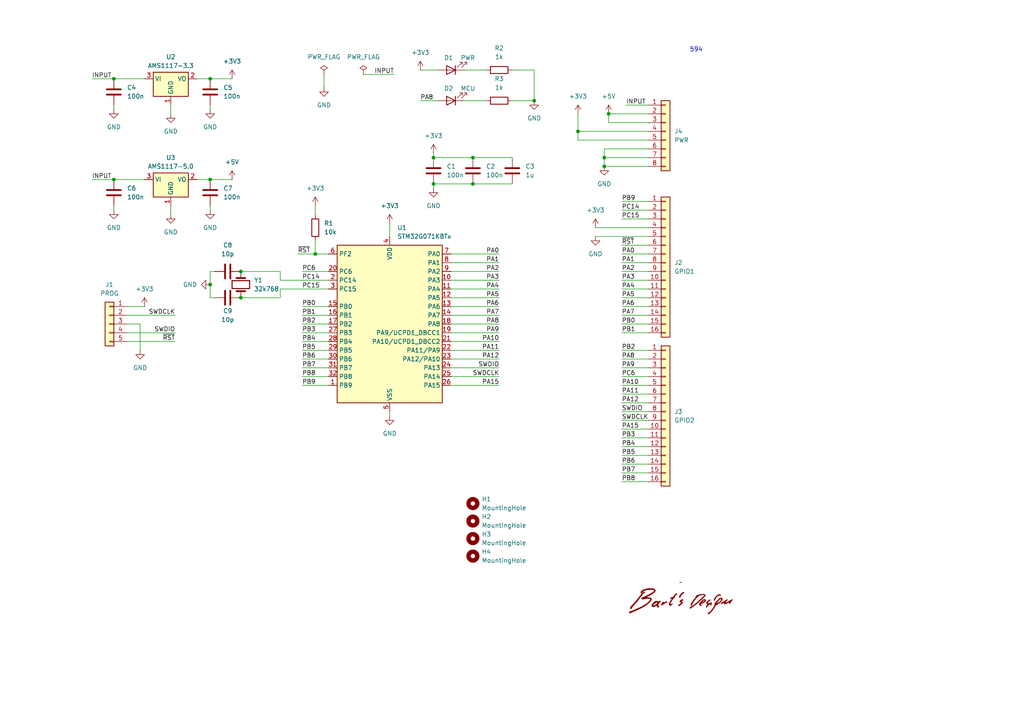
<source format=kicad_sch>
(kicad_sch (version 20231120) (generator "eeschema") (generator_version "8.0")
  (paper "A4")
  (lib_symbols
    (symbol "Connector_Generic:Conn_01x05" (pin_names (offset 1.016) hide)
      (property "Reference" "J" (at 0 7.62 0))
      (property "Value" "Conn_01x05" (at 0 -7.62 0))
      (symbol "Conn_01x05_1_1"
        (pin passive line (at -5.08 5.08 0) (length 3.81) (name "Pin_1") (number "1"))
        (pin passive line (at -5.08 2.54 0) (length 3.81) (name "Pin_2") (number "2"))
        (pin passive line (at -5.08 0 0) (length 3.81) (name "Pin_3") (number "3"))
        (pin passive line (at -5.08 -2.54 0) (length 3.81) (name "Pin_4") (number "4"))
        (pin passive line (at -5.08 -5.08 0) (length 3.81) (name "Pin_5") (number "5"))
      )
    )
    (symbol "Connector_Generic:Conn_01x08" (pin_names (offset 1.016) hide)
      (property "Reference" "J" (at 0 10.16 0))
      (property "Value" "Conn_01x08" (at 0 -12.7 0))
      (symbol "Conn_01x08_1_1"
        (pin passive line (at -5.08 7.62 0) (length 3.81) (name "Pin_1") (number "1"))
        (pin passive line (at -5.08 5.08 0) (length 3.81) (name "Pin_2") (number "2"))
        (pin passive line (at -5.08 2.54 0) (length 3.81) (name "Pin_3") (number "3"))
        (pin passive line (at -5.08 0 0) (length 3.81) (name "Pin_4") (number "4"))
        (pin passive line (at -5.08 -2.54 0) (length 3.81) (name "Pin_5") (number "5"))
        (pin passive line (at -5.08 -5.08 0) (length 3.81) (name "Pin_6") (number "6"))
        (pin passive line (at -5.08 -7.62 0) (length 3.81) (name "Pin_7") (number "7"))
        (pin passive line (at -5.08 -10.16 0) (length 3.81) (name "Pin_8") (number "8"))
      )
    )
    (symbol "Connector_Generic:Conn_01x16" (pin_names (offset 1.016) hide)
      (property "Reference" "J" (at 0 20.32 0))
      (property "Value" "Conn_01x16" (at 0 -22.86 0))
      (symbol "Conn_01x16_1_1"
        (pin passive line (at -5.08 17.78 0) (length 3.81) (name "Pin_1") (number "1"))
        (pin passive line (at -5.08 -5.08 0) (length 3.81) (name "Pin_10") (number "10"))
        (pin passive line (at -5.08 -7.62 0) (length 3.81) (name "Pin_11") (number "11"))
        (pin passive line (at -5.08 -10.16 0) (length 3.81) (name "Pin_12") (number "12"))
        (pin passive line (at -5.08 -12.7 0) (length 3.81) (name "Pin_13") (number "13"))
        (pin passive line (at -5.08 -15.24 0) (length 3.81) (name "Pin_14") (number "14"))
        (pin passive line (at -5.08 -17.78 0) (length 3.81) (name "Pin_15") (number "15"))
        (pin passive line (at -5.08 -20.32 0) (length 3.81) (name "Pin_16") (number "16"))
        (pin passive line (at -5.08 15.24 0) (length 3.81) (name "Pin_2") (number "2"))
        (pin passive line (at -5.08 12.7 0) (length 3.81) (name "Pin_3") (number "3"))
        (pin passive line (at -5.08 10.16 0) (length 3.81) (name "Pin_4") (number "4"))
        (pin passive line (at -5.08 7.62 0) (length 3.81) (name "Pin_5") (number "5"))
        (pin passive line (at -5.08 5.08 0) (length 3.81) (name "Pin_6") (number "6"))
        (pin passive line (at -5.08 2.54 0) (length 3.81) (name "Pin_7") (number "7"))
        (pin passive line (at -5.08 0 0) (length 3.81) (name "Pin_8") (number "8"))
        (pin passive line (at -5.08 -2.54 0) (length 3.81) (name "Pin_9") (number "9"))
      )
    )
    (symbol "Device:C" (pin_numbers hide) (pin_names (offset 0.254))
      (property "Reference" "C" (at 0.635 2.54 0))
      (property "Value" "C" (at 0.635 -2.54 0))
      (symbol "C_1_1"
        (pin passive line (at 0 3.81 270) (length 2.794) (name "~") (number "1"))
        (pin passive line (at 0 -3.81 90) (length 2.794) (name "~") (number "2"))
      )
    )
    (symbol "Device:Crystal" (pin_numbers hide) (pin_names (offset 1.016) hide)
      (property "Reference" "Y" (at 0 3.81 0))
      (property "Value" "Crystal" (at 0 -3.81 0))
      (symbol "Crystal_1_1"
        (pin passive line (at -3.81 0 0) (length 1.27) (name "1") (number "1"))
        (pin passive line (at 3.81 0 180) (length 1.27) (name "2") (number "2"))
      )
    )
    (symbol "Device:LED" (pin_numbers hide) (pin_names (offset 1.016) hide)
      (property "Reference" "D" (at 0 2.54 0))
      (property "Value" "LED" (at 0 -2.54 0))
      (symbol "LED_1_1"
        (pin passive line (at -3.81 0 0) (length 2.54) (name "K") (number "1"))
        (pin passive line (at 3.81 0 180) (length 2.54) (name "A") (number "2"))
      )
    )
    (symbol "Device:R" (pin_numbers hide) (pin_names (offset 0))
      (property "Reference" "R" (at 2.032 0 90))
      (property "Value" "R" (at 0 0 90))
      (symbol "R_1_1"
        (pin passive line (at 0 3.81 270) (length 1.27) (name "~") (number "1"))
        (pin passive line (at 0 -3.81 90) (length 1.27) (name "~") (number "2"))
      )
    )
    (symbol "MCU_ST_STM32G0:STM32G071KBTx"
      (property "Reference" "U" (at -15.24 24.13 0))
      (property "Value" "STM32G071KBTx" (at 2.54 24.13 0))
      (symbol "STM32G071KBTx_1_1"
        (pin bidirectional line (at -17.78 -17.78 0) (length 2.54) (name "PB9") (number "1"))
        (pin bidirectional line (at 17.78 12.7 180) (length 2.54) (name "PA3") (number "10"))
        (pin bidirectional line (at 17.78 10.16 180) (length 2.54) (name "PA4") (number "11"))
        (pin bidirectional line (at 17.78 7.62 180) (length 2.54) (name "PA5") (number "12"))
        (pin bidirectional line (at 17.78 5.08 180) (length 2.54) (name "PA6") (number "13"))
        (pin bidirectional line (at 17.78 2.54 180) (length 2.54) (name "PA7") (number "14"))
        (pin bidirectional line (at -17.78 5.08 0) (length 2.54) (name "PB0") (number "15"))
        (pin bidirectional line (at -17.78 2.54 0) (length 2.54) (name "PB1") (number "16"))
        (pin bidirectional line (at -17.78 0 0) (length 2.54) (name "PB2") (number "17"))
        (pin bidirectional line (at 17.78 0 180) (length 2.54) (name "PA8") (number "18"))
        (pin bidirectional line (at 17.78 -2.54 180) (length 2.54) (name "PA9/UCPD1_DBCC1") (number "19"))
        (pin bidirectional line (at -17.78 12.7 0) (length 2.54) (name "PC14") (number "2"))
        (pin bidirectional line (at -17.78 15.24 0) (length 2.54) (name "PC6") (number "20"))
        (pin bidirectional line (at 17.78 -5.08 180) (length 2.54) (name "PA10/UCPD1_DBCC2") (number "21"))
        (pin bidirectional line (at 17.78 -7.62 180) (length 2.54) (name "PA11/PA9") (number "22"))
        (pin bidirectional line (at 17.78 -10.16 180) (length 2.54) (name "PA12/PA10") (number "23"))
        (pin bidirectional line (at 17.78 -12.7 180) (length 2.54) (name "PA13") (number "24"))
        (pin bidirectional line (at 17.78 -15.24 180) (length 2.54) (name "PA14") (number "25"))
        (pin bidirectional line (at 17.78 -17.78 180) (length 2.54) (name "PA15") (number "26"))
        (pin bidirectional line (at -17.78 -2.54 0) (length 2.54) (name "PB3") (number "27"))
        (pin bidirectional line (at -17.78 -5.08 0) (length 2.54) (name "PB4") (number "28"))
        (pin bidirectional line (at -17.78 -7.62 0) (length 2.54) (name "PB5") (number "29"))
        (pin bidirectional line (at -17.78 10.16 0) (length 2.54) (name "PC15") (number "3"))
        (pin bidirectional line (at -17.78 -10.16 0) (length 2.54) (name "PB6") (number "30"))
        (pin bidirectional line (at -17.78 -12.7 0) (length 2.54) (name "PB7") (number "31"))
        (pin bidirectional line (at -17.78 -15.24 0) (length 2.54) (name "PB8") (number "32"))
        (pin power_in line (at 0 25.4 270) (length 2.54) (name "VDD") (number "4"))
        (pin power_in line (at 0 -25.4 90) (length 2.54) (name "VSS") (number "5"))
        (pin bidirectional line (at -17.78 20.32 0) (length 2.54) (name "PF2") (number "6"))
        (pin bidirectional line (at 17.78 20.32 180) (length 2.54) (name "PA0") (number "7"))
        (pin bidirectional line (at 17.78 17.78 180) (length 2.54) (name "PA1") (number "8"))
        (pin bidirectional line (at 17.78 15.24 180) (length 2.54) (name "PA2") (number "9"))
      )
    )
    (symbol "Mechanical:MountingHole" (pin_names (offset 1.016))
      (property "Reference" "H" (at 0 5.08 0))
      (property "Value" "MountingHole" (at 0 3.175 0))
    )
    (symbol "Regulator_Linear:AMS1117-3.3"
      (property "Reference" "U" (at -3.81 3.175 0))
      (property "Value" "AMS1117-3.3" (at 0 3.175 0))
      (symbol "AMS1117-3.3_1_1"
        (pin power_in line (at 0 -7.62 90) (length 2.54) (name "GND") (number "1"))
        (pin power_out line (at 7.62 0 180) (length 2.54) (name "VO") (number "2"))
        (pin power_in line (at -7.62 0 0) (length 2.54) (name "VI") (number "3"))
      )
    )
    (symbol "Regulator_Linear:AMS1117-5.0"
      (property "Reference" "U" (at -3.81 3.175 0))
      (property "Value" "AMS1117-5.0" (at 0 3.175 0))
      (symbol "AMS1117-5.0_1_1"
        (pin power_in line (at 0 -7.62 90) (length 2.54) (name "GND") (number "1"))
        (pin power_out line (at 7.62 0 180) (length 2.54) (name "VO") (number "2"))
        (pin power_in line (at -7.62 0 0) (length 2.54) (name "VI") (number "3"))
      )
    )
    (symbol "mcu_devLib:Barts_Design")
    (symbol "power:+3V3" (power) (pin_numbers hide) (pin_names (offset 0) hide)
      (property "Value" "+3V3" (at 0 3.556 0))
      (symbol "+3V3_1_1"
        (pin power_in line (at 0 0 90) (length 0) (name "~") (number "1"))
      )
    )
    (symbol "power:+5V" (power) (pin_numbers hide) (pin_names (offset 0) hide)
      (property "Value" "+5V" (at 0 3.556 0))
      (symbol "+5V_1_1"
        (pin power_in line (at 0 0 90) (length 0) (name "~") (number "1"))
      )
    )
    (symbol "power:GND" (power) (pin_numbers hide) (pin_names (offset 0) hide)
      (property "Value" "GND" (at 0 -3.81 0))
      (symbol "GND_1_1"
        (pin power_in line (at 0 0 270) (length 0) (name "~") (number "1"))
      )
    )
    (symbol "power:PWR_FLAG" (power) (pin_numbers hide) (pin_names (offset 0) hide)
      (property "Value" "PWR_FLAG" (at 0 3.81 0))
      (symbol "PWR_FLAG_0_0"
        (pin power_out line (at 0 0 90) (length 0) (name "~") (number "1"))
      )
    )
  )
  (junction (at 60.96 22.86))
  (junction (at 175.26 48.26))
  (junction (at 154.94 29.21))
  (junction (at 175.26 45.72))
  (junction (at 91.44 73.66))
  (junction (at 176.53 33.02))
  (junction (at 60.96 52.07))
  (junction (at 137.16 53.34))
  (junction (at 125.73 53.34))
  (junction (at 60.96 82.55))
  (junction (at 33.02 52.07))
  (junction (at 69.85 78.74))
  (junction (at 69.85 86.36))
  (junction (at 125.73 45.72))
  (junction (at 33.02 22.86))
  (junction (at 167.64 38.1))
  (junction (at 137.16 45.72))
  (wire (pts (xy 180.34 93.98) (xy 187.96 93.98)))
  (wire (pts (xy 113.03 64.77) (xy 113.03 68.58)))
  (wire (pts (xy 57.15 52.07) (xy 60.96 52.07)))
  (wire (pts (xy 130.81 88.9) (xy 144.78 88.9)))
  (wire (pts (xy 60.96 30.48) (xy 60.96 31.75)))
  (wire (pts (xy 134.62 29.21) (xy 140.97 29.21)))
  (wire (pts (xy 180.34 129.54) (xy 187.96 129.54)))
  (wire (pts (xy 134.62 20.32) (xy 140.97 20.32)))
  (wire (pts (xy 181.61 30.48) (xy 187.96 30.48)))
  (wire (pts (xy 60.96 86.36) (xy 62.23 86.36)))
  (wire (pts (xy 172.72 66.04) (xy 187.96 66.04)))
  (wire (pts (xy 87.63 99.06) (xy 95.25 99.06)))
  (wire (pts (xy 87.63 78.74) (xy 95.25 78.74)))
  (wire (pts (xy 87.63 88.9) (xy 95.25 88.9)))
  (wire (pts (xy 175.26 43.18) (xy 175.26 45.72)))
  (wire (pts (xy 187.96 43.18) (xy 175.26 43.18)))
  (wire (pts (xy 81.28 78.74) (xy 81.28 81.28)))
  (wire (pts (xy 130.81 96.52) (xy 144.78 96.52)))
  (wire (pts (xy 137.16 45.72) (xy 148.59 45.72)))
  (wire (pts (xy 130.81 104.14) (xy 144.78 104.14)))
  (wire (pts (xy 180.34 63.5) (xy 187.96 63.5)))
  (wire (pts (xy 60.96 78.74) (xy 62.23 78.74)))
  (wire (pts (xy 36.83 93.98) (xy 40.64 93.98)))
  (wire (pts (xy 176.53 33.02) (xy 176.53 35.56)))
  (wire (pts (xy 148.59 29.21) (xy 154.94 29.21)))
  (wire (pts (xy 125.73 44.45) (xy 125.73 45.72)))
  (wire (pts (xy 69.85 78.74) (xy 81.28 78.74)))
  (wire (pts (xy 60.96 52.07) (xy 67.31 52.07)))
  (wire (pts (xy 175.26 48.26) (xy 175.26 45.72)))
  (wire (pts (xy 36.83 91.44) (xy 50.8 91.44)))
  (wire (pts (xy 167.64 38.1) (xy 187.96 38.1)))
  (wire (pts (xy 87.63 106.68) (xy 95.25 106.68)))
  (wire (pts (xy 180.34 88.9) (xy 187.96 88.9)))
  (wire (pts (xy 180.34 124.46) (xy 187.96 124.46)))
  (wire (pts (xy 33.02 59.69) (xy 33.02 60.96)))
  (wire (pts (xy 33.02 52.07) (xy 41.91 52.07)))
  (wire (pts (xy 176.53 35.56) (xy 187.96 35.56)))
  (wire (pts (xy 180.34 104.14) (xy 187.96 104.14)))
  (wire (pts (xy 167.64 33.02) (xy 167.64 38.1)))
  (wire (pts (xy 49.53 59.69) (xy 49.53 62.23)))
  (wire (pts (xy 175.26 48.26) (xy 187.96 48.26)))
  (wire (pts (xy 180.34 121.92) (xy 187.96 121.92)))
  (wire (pts (xy 167.64 40.64) (xy 187.96 40.64)))
  (wire (pts (xy 180.34 137.16) (xy 187.96 137.16)))
  (wire (pts (xy 60.96 82.55) (xy 60.96 86.36)))
  (wire (pts (xy 33.02 30.48) (xy 33.02 31.75)))
  (wire (pts (xy 49.53 30.48) (xy 49.53 33.02)))
  (wire (pts (xy 180.34 76.2) (xy 187.96 76.2)))
  (wire (pts (xy 125.73 53.34) (xy 137.16 53.34)))
  (wire (pts (xy 180.34 101.6) (xy 187.96 101.6)))
  (wire (pts (xy 130.81 81.28) (xy 144.78 81.28)))
  (wire (pts (xy 36.83 88.9) (xy 41.91 88.9)))
  (wire (pts (xy 180.34 83.82) (xy 187.96 83.82)))
  (wire (pts (xy 180.34 78.74) (xy 187.96 78.74)))
  (wire (pts (xy 130.81 106.68) (xy 144.78 106.68)))
  (wire (pts (xy 180.34 58.42) (xy 187.96 58.42)))
  (wire (pts (xy 180.34 127) (xy 187.96 127)))
  (wire (pts (xy 130.81 83.82) (xy 144.78 83.82)))
  (wire (pts (xy 125.73 53.34) (xy 125.73 54.61)))
  (wire (pts (xy 87.63 96.52) (xy 95.25 96.52)))
  (wire (pts (xy 40.64 93.98) (xy 40.64 101.6)))
  (wire (pts (xy 91.44 69.85) (xy 91.44 73.66)))
  (wire (pts (xy 33.02 22.86) (xy 41.91 22.86)))
  (wire (pts (xy 36.83 99.06) (xy 50.8 99.06)))
  (wire (pts (xy 26.67 22.86) (xy 33.02 22.86)))
  (wire (pts (xy 130.81 86.36) (xy 144.78 86.36)))
  (wire (pts (xy 180.34 96.52) (xy 187.96 96.52)))
  (wire (pts (xy 175.26 45.72) (xy 187.96 45.72)))
  (wire (pts (xy 180.34 116.84) (xy 187.96 116.84)))
  (wire (pts (xy 130.81 73.66) (xy 144.78 73.66)))
  (wire (pts (xy 180.34 119.38) (xy 187.96 119.38)))
  (wire (pts (xy 91.44 59.69) (xy 91.44 62.23)))
  (wire (pts (xy 180.34 81.28) (xy 187.96 81.28)))
  (wire (pts (xy 60.96 59.69) (xy 60.96 60.96)))
  (wire (pts (xy 130.81 99.06) (xy 144.78 99.06)))
  (wire (pts (xy 91.44 73.66) (xy 95.25 73.66)))
  (wire (pts (xy 180.34 134.62) (xy 187.96 134.62)))
  (wire (pts (xy 180.34 114.3) (xy 187.96 114.3)))
  (wire (pts (xy 180.34 132.08) (xy 187.96 132.08)))
  (wire (pts (xy 180.34 71.12) (xy 187.96 71.12)))
  (wire (pts (xy 57.15 22.86) (xy 60.96 22.86)))
  (wire (pts (xy 180.34 73.66) (xy 187.96 73.66)))
  (wire (pts (xy 130.81 111.76) (xy 144.78 111.76)))
  (wire (pts (xy 60.96 82.55) (xy 60.96 78.74)))
  (wire (pts (xy 36.83 96.52) (xy 50.8 96.52)))
  (wire (pts (xy 69.85 86.36) (xy 81.28 86.36)))
  (wire (pts (xy 81.28 86.36) (xy 81.28 83.82)))
  (wire (pts (xy 87.63 104.14) (xy 95.25 104.14)))
  (wire (pts (xy 176.53 33.02) (xy 187.96 33.02)))
  (wire (pts (xy 26.67 52.07) (xy 33.02 52.07)))
  (wire (pts (xy 148.59 20.32) (xy 154.94 20.32)))
  (wire (pts (xy 172.72 68.58) (xy 187.96 68.58)))
  (wire (pts (xy 180.34 86.36) (xy 187.96 86.36)))
  (wire (pts (xy 105.41 21.59) (xy 114.3 21.59)))
  (wire (pts (xy 130.81 101.6) (xy 144.78 101.6)))
  (wire (pts (xy 180.34 60.96) (xy 187.96 60.96)))
  (wire (pts (xy 121.92 20.32) (xy 127 20.32)))
  (wire (pts (xy 130.81 109.22) (xy 144.78 109.22)))
  (wire (pts (xy 180.34 111.76) (xy 187.96 111.76)))
  (wire (pts (xy 86.36 73.66) (xy 91.44 73.66)))
  (wire (pts (xy 130.81 76.2) (xy 144.78 76.2)))
  (wire (pts (xy 180.34 91.44) (xy 187.96 91.44)))
  (wire (pts (xy 180.34 106.68) (xy 187.96 106.68)))
  (wire (pts (xy 125.73 45.72) (xy 137.16 45.72)))
  (wire (pts (xy 93.98 21.59) (xy 93.98 25.4)))
  (wire (pts (xy 81.28 81.28) (xy 95.25 81.28)))
  (wire (pts (xy 137.16 53.34) (xy 148.59 53.34)))
  (wire (pts (xy 87.63 111.76) (xy 95.25 111.76)))
  (wire (pts (xy 167.64 38.1) (xy 167.64 40.64)))
  (wire (pts (xy 180.34 139.7) (xy 187.96 139.7)))
  (wire (pts (xy 60.96 22.86) (xy 67.31 22.86)))
  (wire (pts (xy 130.81 78.74) (xy 144.78 78.74)))
  (wire (pts (xy 180.34 109.22) (xy 187.96 109.22)))
  (wire (pts (xy 113.03 119.38) (xy 113.03 120.65)))
  (wire (pts (xy 87.63 109.22) (xy 95.25 109.22)))
  (wire (pts (xy 87.63 91.44) (xy 95.25 91.44)))
  (wire (pts (xy 130.81 91.44) (xy 144.78 91.44)))
  (wire (pts (xy 87.63 93.98) (xy 95.25 93.98)))
  (wire (pts (xy 121.92 29.21) (xy 127 29.21)))
  (wire (pts (xy 130.81 93.98) (xy 144.78 93.98)))
  (wire (pts (xy 81.28 83.82) (xy 95.25 83.82)))
  (wire (pts (xy 154.94 20.32) (xy 154.94 29.21)))
  (wire (pts (xy 87.63 101.6) (xy 95.25 101.6)))
  (text "594" (at 201.93 14.478 0) (effects (font (size 1.27 1.27))))
  (label "PC6" (at 180.34 109.22 0))
  (label "PA9" (at 180.34 106.68 0))
  (label "PA8" (at 180.34 104.14 0))
  (label "PA12" (at 180.34 116.84 0))
  (label "PA1" (at 144.78 76.2 180))
  (label "PA5" (at 180.34 86.36 0))
  (label "PB9" (at 180.34 58.42 0))
  (label "PA10" (at 144.78 99.06 180))
  (label "PA7" (at 144.78 91.44 180))
  (label "PB1" (at 180.34 96.52 0))
  (label "PB7" (at 180.34 137.16 0))
  (label "SWDCLK" (at 180.34 121.92 0))
  (label "PA4" (at 144.78 83.82 180))
  (label "PC6" (at 87.63 78.74 0))
  (label "PB3" (at 87.63 96.52 0))
  (label "PA9" (at 144.78 96.52 180))
  (label "PA5" (at 144.78 86.36 180))
  (label "PA7" (at 180.34 91.44 0))
  (label "PA1" (at 180.34 76.2 0))
  (label "PA10" (at 180.34 111.76 0))
  (label "PA0" (at 180.34 73.66 0))
  (label "PA6" (at 144.78 88.9 180))
  (label "PB6" (at 180.34 134.62 0))
  (label "PA15" (at 180.34 124.46 0))
  (label "PA15" (at 144.78 111.76 180))
  (label "PA11" (at 144.78 101.6 180))
  (label "PB5" (at 87.63 101.6 0))
  (label "PC14" (at 87.63 81.28 0))
  (label "INPUT" (at 26.67 52.07 0))
  (label "PB4" (at 87.63 99.06 0))
  (label "SWDCLK" (at 50.8 91.44 180))
  (label "PB6" (at 87.63 104.14 0))
  (label "INPUT" (at 114.3 21.59 180))
  (label "PA2" (at 180.34 78.74 0))
  (label "PC15" (at 180.34 63.5 0))
  (label "~{RST}" (at 50.8 99.06 180))
  (label "PC14" (at 180.34 60.96 0))
  (label "PA0" (at 144.78 73.66 180))
  (label "PB8" (at 87.63 109.22 0))
  (label "PB0" (at 87.63 88.9 0))
  (label "INPUT" (at 181.61 30.48 0))
  (label "PA3" (at 144.78 81.28 180))
  (label "PA8" (at 144.78 93.98 180))
  (label "PB2" (at 87.63 93.98 0))
  (label "PB7" (at 87.63 106.68 0))
  (label "PA11" (at 180.34 114.3 0))
  (label "PA8" (at 121.92 29.21 0))
  (label "PB4" (at 180.34 129.54 0))
  (label "PA12" (at 144.78 104.14 180))
  (label "PB9" (at 87.63 111.76 0))
  (label "SWDIO" (at 144.78 106.68 180))
  (label "SWDIO" (at 50.8 96.52 180))
  (label "SWDCLK" (at 144.78 109.22 180))
  (label "PB8" (at 180.34 139.7 0))
  (label "PB2" (at 180.34 101.6 0))
  (label "SWDIO" (at 180.34 119.38 0))
  (label "PA6" (at 180.34 88.9 0))
  (label "PA3" (at 180.34 81.28 0))
  (label "~{RST}" (at 180.34 71.12 0))
  (label "PB5" (at 180.34 132.08 0))
  (label "PA2" (at 144.78 78.74 180))
  (label "INPUT" (at 26.67 22.86 0))
  (label "PB1" (at 87.63 91.44 0))
  (label "~{RST}" (at 86.36 73.66 0))
  (label "PC15" (at 87.63 83.82 0))
  (label "PB3" (at 180.34 127 0))
  (label "PB0" (at 180.34 93.98 0))
  (label "PA4" (at 180.34 83.82 0))
  (symbol (lib_id "Device:R") (at 91.44 66.04 0) (unit 1)
    (property "Reference" "R1" (at 93.98 64.7699 0) (effects (justify left)))
    (property "Value" "10k" (at 93.98 67.3099 0) (effects (justify left)))
    (property "Footprint" "Resistor_SMD:R_0603_1608Metric" (effects (hide yes)))
    (property "Description" "Resistor" (effects (hide yes)))
  )
  (symbol (lib_id "Device:C") (at 33.02 55.88 0) (unit 1)
    (property "Reference" "C6" (at 36.83 54.6099 0) (effects (justify left)))
    (property "Value" "100n" (at 36.83 57.1499 0) (effects (justify left)))
    (property "Footprint" "Capacitor_SMD:C_0603_1608Metric" (effects (hide yes)))
    (property "Description" "Unpolarized capacitor" (effects (hide yes)))
  )
  (symbol (lib_id "power:PWR_FLAG") (at 105.41 21.59 0) (unit 1)
    (property "Reference" "#FLG02" (effects (hide yes)))
    (property "Value" "PWR_FLAG" (at 105.41 16.51 0))
    (property "Description" "Special symbol for telling ERC where power comes from" (effects (hide yes)))
  )
  (symbol (lib_id "Mechanical:MountingHole") (at 137.16 156.21 0) (unit 1)
    (property "Reference" "H3" (at 139.7 154.9399 0) (effects (justify left)))
    (property "Value" "MountingHole" (at 139.7 157.4799 0) (effects (justify left)))
    (property "Footprint" "MountingHole:MountingHole_3.2mm_M3" (effects (hide yes)))
    (property "Description" "Mounting Hole without connection" (effects (hide yes)))
  )
  (symbol (lib_id "Device:C") (at 66.04 78.74 90) (unit 1)
    (property "Reference" "C8" (at 66.04 71.12 90))
    (property "Value" "10p" (at 66.04 73.66 90))
    (property "Footprint" "Capacitor_SMD:C_0603_1608Metric" (effects (hide yes)))
    (property "Description" "Unpolarized capacitor" (effects (hide yes)))
  )
  (symbol (lib_id "power:+3V3") (at 41.91 88.9 0) (unit 1)
    (property "Reference" "#PWR05" (effects (hide yes)))
    (property "Value" "+3V3" (at 41.91 83.82 0))
    (property "Description" "Power symbol creates a global label with name \"+3V3\"" (effects (hide yes)))
  )
  (symbol (lib_id "power:GND") (at 60.96 82.55 270) (unit 1)
    (property "Reference" "#PWR016" (effects (hide yes)))
    (property "Value" "GND" (at 57.15 82.5499 90) (effects (justify right)))
    (property "Description" "Power symbol creates a global label with name \"GND\" , ground" (effects (hide yes)))
  )
  (symbol (lib_id "power:+3V3") (at 172.72 66.04 0) (unit 1)
    (property "Reference" "#PWR017" (effects (hide yes)))
    (property "Value" "+3V3" (at 172.72 60.96 0))
    (property "Description" "Power symbol creates a global label with name \"+3V3\"" (effects (hide yes)))
  )
  (symbol (lib_id "power:+5V") (at 176.53 33.02 0) (unit 1)
    (property "Reference" "#PWR019" (effects (hide yes)))
    (property "Value" "+5V" (at 176.53 27.94 0))
    (property "Description" "Power symbol creates a global label with name \"+5V\"" (effects (hide yes)))
  )
  (symbol (lib_id "Device:C") (at 60.96 55.88 0) (unit 1)
    (property "Reference" "C7" (at 64.77 54.6099 0) (effects (justify left)))
    (property "Value" "100n" (at 64.77 57.1499 0) (effects (justify left)))
    (property "Footprint" "Capacitor_SMD:C_0603_1608Metric" (effects (hide yes)))
    (property "Description" "Unpolarized capacitor" (effects (hide yes)))
  )
  (symbol (lib_id "Regulator_Linear:AMS1117-3.3") (at 49.53 22.86 0) (unit 1)
    (property "Reference" "U2" (at 49.53 16.51 0))
    (property "Value" "AMS1117-3.3" (at 49.53 19.05 0))
    (property "Footprint" "Package_TO_SOT_SMD:SOT-223-3_TabPin2" (effects (hide yes)))
    (property "Datasheet" "http://www.advanced-monolithic.com/pdf/ds1117.pdf" (effects (hide yes)))
    (property "Description" "1A Low Dropout regulator, positive, 3.3V fixed output, SOT-223" (effects (hide yes)))
  )
  (symbol (lib_id "power:GND") (at 33.02 31.75 0) (unit 1)
    (property "Reference" "#PWR010" (effects (hide yes)))
    (property "Value" "GND" (at 33.02 36.83 0))
    (property "Description" "Power symbol creates a global label with name \"GND\" , ground" (effects (hide yes)))
  )
  (symbol (lib_id "power:+3V3") (at 91.44 59.69 0) (unit 1)
    (property "Reference" "#PWR07" (effects (hide yes)))
    (property "Value" "+3V3" (at 91.44 54.61 0))
    (property "Description" "Power symbol creates a global label with name \"+3V3\"" (effects (hide yes)))
  )
  (symbol (lib_id "Mechanical:MountingHole") (at 137.16 151.13 0) (unit 1)
    (property "Reference" "H2" (at 139.7 149.8599 0) (effects (justify left)))
    (property "Value" "MountingHole" (at 139.7 152.3999 0) (effects (justify left)))
    (property "Footprint" "MountingHole:MountingHole_3.2mm_M3" (effects (hide yes)))
    (property "Description" "Mounting Hole without connection" (effects (hide yes)))
  )
  (symbol (lib_id "power:+3V3") (at 125.73 44.45 0) (unit 1)
    (property "Reference" "#PWR03" (effects (hide yes)))
    (property "Value" "+3V3" (at 125.73 39.37 0))
    (property "Description" "Power symbol creates a global label with name \"+3V3\"" (effects (hide yes)))
  )
  (symbol (lib_id "power:GND") (at 40.64 101.6 0) (unit 1)
    (property "Reference" "#PWR06" (effects (hide yes)))
    (property "Value" "GND" (at 40.64 106.68 0))
    (property "Description" "Power symbol creates a global label with name \"GND\" , ground" (effects (hide yes)))
  )
  (symbol (lib_id "power:GND") (at 33.02 60.96 0) (unit 1)
    (property "Reference" "#PWR012" (effects (hide yes)))
    (property "Value" "GND" (at 33.02 66.04 0))
    (property "Description" "Power symbol creates a global label with name \"GND\" , ground" (effects (hide yes)))
  )
  (symbol (lib_id "Connector_Generic:Conn_01x16") (at 193.04 119.38 0) (unit 1)
    (property "Reference" "J3" (at 195.58 119.3799 0) (effects (justify left)))
    (property "Value" "GPIO2" (at 195.58 121.9199 0) (effects (justify left)))
    (property "Footprint" "Connector_PinSocket_2.54mm:PinSocket_1x16_P2.54mm_Vertical" (effects (hide yes)))
    (property "Description" "Generic connector, single row, 01x16, script generated (kicad-library-utils/schlib/autogen/connector/)" (effects (hide yes)))
  )
  (symbol (lib_id "power:GND") (at 175.26 48.26 0) (unit 1)
    (property "Reference" "#PWR021" (effects (hide yes)))
    (property "Value" "GND" (at 175.26 53.34 0))
    (property "Description" "Power symbol creates a global label with name \"GND\" , ground" (effects (hide yes)))
  )
  (symbol (lib_id "Device:C") (at 125.73 49.53 0) (unit 1)
    (property "Reference" "C1" (at 129.54 48.2599 0) (effects (justify left)))
    (property "Value" "100n" (at 129.54 50.7999 0) (effects (justify left)))
    (property "Footprint" "Capacitor_SMD:C_0603_1608Metric" (effects (hide yes)))
    (property "Description" "Unpolarized capacitor" (effects (hide yes)))
  )
  (symbol (lib_id "Device:C") (at 137.16 49.53 0) (unit 1)
    (property "Reference" "C2" (at 140.97 48.2599 0) (effects (justify left)))
    (property "Value" "100n" (at 140.97 50.7999 0) (effects (justify left)))
    (property "Footprint" "Capacitor_SMD:C_0603_1608Metric" (effects (hide yes)))
    (property "Description" "Unpolarized capacitor" (effects (hide yes)))
  )
  (symbol (lib_id "mcu_devLib:Barts_Design") (at 195.58 175.26 0) (unit 1)
    (property "Reference" "Logo1" (effects (hide yes)))
    (property "Value" "~" (at 197.4652 168.91 0))
    (property "Footprint" "mcu_devLib:Barts Design" (effects (hide yes)))
  )
  (symbol (lib_id "power:+3V3") (at 67.31 22.86 0) (unit 1)
    (property "Reference" "#PWR08" (effects (hide yes)))
    (property "Value" "+3V3" (at 67.31 17.78 0))
    (property "Description" "Power symbol creates a global label with name \"+3V3\"" (effects (hide yes)))
  )
  (symbol (lib_id "power:GND") (at 49.53 33.02 0) (unit 1)
    (property "Reference" "#PWR09" (effects (hide yes)))
    (property "Value" "GND" (at 49.53 38.1 0))
    (property "Description" "Power symbol creates a global label with name \"GND\" , ground" (effects (hide yes)))
  )
  (symbol (lib_id "power:GND") (at 154.94 29.21 0) (unit 1)
    (property "Reference" "#PWR025" (effects (hide yes)))
    (property "Value" "GND" (at 154.94 34.29 0))
    (property "Description" "Power symbol creates a global label with name \"GND\" , ground" (effects (hide yes)))
  )
  (symbol (lib_id "power:+3V3") (at 113.03 64.77 0) (unit 1)
    (property "Reference" "#PWR02" (effects (hide yes)))
    (property "Value" "+3V3" (at 113.03 59.69 0))
    (property "Description" "Power symbol creates a global label with name \"+3V3\"" (effects (hide yes)))
  )
  (symbol (lib_id "Device:Crystal") (at 69.85 82.55 90) (unit 1)
    (property "Reference" "Y1" (at 73.66 81.2799 90) (effects (justify right)))
    (property "Value" "32k768" (at 73.66 83.8199 90) (effects (justify right)))
    (property "Footprint" "Crystal:Crystal_AT310_D3.0mm_L10.0mm_Horizontal" (effects (hide yes)))
    (property "Description" "Two pin crystal" (effects (hide yes)))
  )
  (symbol (lib_id "power:+5V") (at 67.31 52.07 0) (unit 1)
    (property "Reference" "#PWR015" (effects (hide yes)))
    (property "Value" "+5V" (at 67.31 46.99 0))
    (property "Description" "Power symbol creates a global label with name \"+5V\"" (effects (hide yes)))
  )
  (symbol (lib_id "Device:R") (at 144.78 20.32 90) (unit 1)
    (property "Reference" "R2" (at 144.78 13.97 90))
    (property "Value" "1k" (at 144.78 16.51 90))
    (property "Footprint" "Resistor_SMD:R_0603_1608Metric" (effects (hide yes)))
    (property "Description" "Resistor" (effects (hide yes)))
  )
  (symbol (lib_id "Device:R") (at 144.78 29.21 90) (unit 1)
    (property "Reference" "R3" (at 144.78 22.86 90))
    (property "Value" "1k" (at 144.78 25.4 90))
    (property "Footprint" "Resistor_SMD:R_0603_1608Metric" (effects (hide yes)))
    (property "Description" "Resistor" (effects (hide yes)))
  )
  (symbol (lib_id "power:GND") (at 60.96 31.75 0) (unit 1)
    (property "Reference" "#PWR011" (effects (hide yes)))
    (property "Value" "GND" (at 60.96 36.83 0))
    (property "Description" "Power symbol creates a global label with name \"GND\" , ground" (effects (hide yes)))
  )
  (symbol (lib_id "Device:LED") (at 130.81 20.32 180) (unit 1)
    (property "Reference" "D1" (at 128.778 16.764 0) (effects (justify right)))
    (property "Value" "PWR" (at 133.604 16.764 0) (effects (justify right)))
    (property "Footprint" "LED_SMD:LED_0603_1608Metric" (effects (hide yes)))
    (property "Description" "Light emitting diode" (effects (hide yes)))
  )
  (symbol (lib_id "Connector_Generic:Conn_01x16") (at 193.04 76.2 0) (unit 1)
    (property "Reference" "J2" (at 195.58 76.1999 0) (effects (justify left)))
    (property "Value" "GPIO1" (at 195.58 78.7399 0) (effects (justify left)))
    (property "Footprint" "Connector_PinSocket_2.54mm:PinSocket_1x16_P2.54mm_Vertical" (effects (hide yes)))
    (property "Description" "Generic connector, single row, 01x16, script generated (kicad-library-utils/schlib/autogen/connector/)" (effects (hide yes)))
  )
  (symbol (lib_id "MCU_ST_STM32G0:STM32G071KBTx") (at 113.03 93.98 0) (unit 1)
    (property "Reference" "U1" (at 115.2241 66.04 0) (effects (justify left)))
    (property "Value" "STM32G071KBTx" (at 115.2241 68.58 0) (effects (justify left)))
    (property "Footprint" "Package_QFP:LQFP-32_7x7mm_P0.8mm" (effects (hide yes)))
    (property "Datasheet" "https://www.st.com/resource/en/datasheet/stm32g071kb.pdf" (effects (hide yes)))
    (property "Description" "STMicroelectronics Arm Cortex-M0+ MCU, 128KB flash, 36KB RAM, 64 MHz, 1.7-3.6V, 30 GPIO, LQFP32" (effects (hide yes)))
  )
  (symbol (lib_id "power:GND") (at 93.98 25.4 0) (unit 1)
    (property "Reference" "#PWR022" (effects (hide yes)))
    (property "Value" "GND" (at 93.98 30.48 0))
    (property "Description" "Power symbol creates a global label with name \"GND\" , ground" (effects (hide yes)))
  )
  (symbol (lib_id "power:GND") (at 60.96 60.96 0) (unit 1)
    (property "Reference" "#PWR014" (effects (hide yes)))
    (property "Value" "GND" (at 60.96 66.04 0))
    (property "Description" "Power symbol creates a global label with name \"GND\" , ground" (effects (hide yes)))
  )
  (symbol (lib_id "Connector_Generic:Conn_01x05") (at 31.75 93.98 0) (mirror y) (unit 1)
    (property "Reference" "J1" (at 31.75 82.55 0))
    (property "Value" "PROG" (at 31.75 85.09 0))
    (property "Footprint" "Connector_PinSocket_2.54mm:PinSocket_1x05_P2.54mm_Vertical" (effects (hide yes)))
    (property "Description" "Generic connector, single row, 01x05, script generated (kicad-library-utils/schlib/autogen/connector/)" (effects (hide yes)))
  )
  (symbol (lib_id "Device:C") (at 148.59 49.53 0) (unit 1)
    (property "Reference" "C3" (at 152.4 48.2599 0) (effects (justify left)))
    (property "Value" "1u" (at 152.4 50.7999 0) (effects (justify left)))
    (property "Footprint" "Capacitor_SMD:C_0603_1608Metric" (effects (hide yes)))
    (property "Description" "Unpolarized capacitor" (effects (hide yes)))
  )
  (symbol (lib_id "Mechanical:MountingHole") (at 137.16 161.29 0) (unit 1)
    (property "Reference" "H4" (at 139.7 160.0199 0) (effects (justify left)))
    (property "Value" "MountingHole" (at 139.7 162.5599 0) (effects (justify left)))
    (property "Footprint" "MountingHole:MountingHole_3.2mm_M3" (effects (hide yes)))
    (property "Description" "Mounting Hole without connection" (effects (hide yes)))
  )
  (symbol (lib_id "Mechanical:MountingHole") (at 137.16 146.05 0) (unit 1)
    (property "Reference" "H1" (at 139.7 144.7799 0) (effects (justify left)))
    (property "Value" "MountingHole" (at 139.7 147.3199 0) (effects (justify left)))
    (property "Footprint" "MountingHole:MountingHole_3.2mm_M3" (effects (hide yes)))
    (property "Description" "Mounting Hole without connection" (effects (hide yes)))
  )
  (symbol (lib_id "power:GND") (at 125.73 54.61 0) (unit 1)
    (property "Reference" "#PWR04" (effects (hide yes)))
    (property "Value" "GND" (at 125.73 59.69 0))
    (property "Description" "Power symbol creates a global label with name \"GND\" , ground" (effects (hide yes)))
  )
  (symbol (lib_id "power:+3V3") (at 121.92 20.32 0) (unit 1)
    (property "Reference" "#PWR023" (effects (hide yes)))
    (property "Value" "+3V3" (at 121.92 15.24 0))
    (property "Description" "Power symbol creates a global label with name \"+3V3\"" (effects (hide yes)))
  )
  (symbol (lib_id "Device:LED") (at 130.81 29.21 180) (unit 1)
    (property "Reference" "D2" (at 128.778 25.654 0) (effects (justify right)))
    (property "Value" "MCU" (at 133.604 25.654 0) (effects (justify right)))
    (property "Footprint" "LED_SMD:LED_0603_1608Metric" (effects (hide yes)))
    (property "Description" "Light emitting diode" (effects (hide yes)))
  )
  (symbol (lib_id "Connector_Generic:Conn_01x08") (at 193.04 38.1 0) (unit 1)
    (property "Reference" "J4" (at 195.58 38.0999 0) (effects (justify left)))
    (property "Value" "PWR" (at 195.58 40.6399 0) (effects (justify left)))
    (property "Footprint" "Connector_PinSocket_2.54mm:PinSocket_1x08_P2.54mm_Vertical" (effects (hide yes)))
    (property "Description" "Generic connector, single row, 01x08, script generated (kicad-library-utils/schlib/autogen/connector/)" (effects (hide yes)))
  )
  (symbol (lib_id "power:GND") (at 172.72 68.58 0) (unit 1)
    (property "Reference" "#PWR018" (effects (hide yes)))
    (property "Value" "GND" (at 172.72 73.66 0))
    (property "Description" "Power symbol creates a global label with name \"GND\" , ground" (effects (hide yes)))
  )
  (symbol (lib_id "power:+3V3") (at 167.64 33.02 0) (unit 1)
    (property "Reference" "#PWR020" (effects (hide yes)))
    (property "Value" "+3V3" (at 167.64 27.94 0))
    (property "Description" "Power symbol creates a global label with name \"+3V3\"" (effects (hide yes)))
  )
  (symbol (lib_id "power:GND") (at 113.03 120.65 0) (unit 1)
    (property "Reference" "#PWR01" (effects (hide yes)))
    (property "Value" "GND" (at 113.03 125.73 0))
    (property "Description" "Power symbol creates a global label with name \"GND\" , ground" (effects (hide yes)))
  )
  (symbol (lib_id "Device:C") (at 33.02 26.67 0) (unit 1)
    (property "Reference" "C4" (at 36.83 25.3999 0) (effects (justify left)))
    (property "Value" "100n" (at 36.83 27.9399 0) (effects (justify left)))
    (property "Footprint" "Capacitor_SMD:C_0603_1608Metric" (effects (hide yes)))
    (property "Description" "Unpolarized capacitor" (effects (hide yes)))
  )
  (symbol (lib_id "Device:C") (at 66.04 86.36 90) (unit 1)
    (property "Reference" "C9" (at 66.04 90.17 90))
    (property "Value" "10p" (at 66.04 92.71 90))
    (property "Footprint" "Capacitor_SMD:C_0603_1608Metric" (effects (hide yes)))
    (property "Description" "Unpolarized capacitor" (effects (hide yes)))
  )
  (symbol (lib_id "Regulator_Linear:AMS1117-5.0") (at 49.53 52.07 0) (unit 1)
    (property "Reference" "U3" (at 49.53 45.72 0))
    (property "Value" "AMS1117-5.0" (at 49.53 48.26 0))
    (property "Footprint" "Package_TO_SOT_SMD:SOT-223-3_TabPin2" (effects (hide yes)))
    (property "Datasheet" "http://www.advanced-monolithic.com/pdf/ds1117.pdf" (effects (hide yes)))
    (property "Description" "1A Low Dropout regulator, positive, 5.0V fixed output, SOT-223" (effects (hide yes)))
  )
  (symbol (lib_id "Device:C") (at 60.96 26.67 0) (unit 1)
    (property "Reference" "C5" (at 64.77 25.3999 0) (effects (justify left)))
    (property "Value" "100n" (at 64.77 27.9399 0) (effects (justify left)))
    (property "Footprint" "Capacitor_SMD:C_0603_1608Metric" (effects (hide yes)))
    (property "Description" "Unpolarized capacitor" (effects (hide yes)))
  )
  (symbol (lib_id "power:GND") (at 49.53 62.23 0) (unit 1)
    (property "Reference" "#PWR013" (effects (hide yes)))
    (property "Value" "GND" (at 49.53 67.31 0))
    (property "Description" "Power symbol creates a global label with name \"GND\" , ground" (effects (hide yes)))
  )
  (symbol (lib_id "power:PWR_FLAG") (at 93.98 21.59 0) (unit 1)
    (property "Reference" "#FLG01" (effects (hide yes)))
    (property "Value" "PWR_FLAG" (at 93.98 16.51 0))
    (property "Description" "Special symbol for telling ERC where power comes from" (effects (hide yes)))
  )
)
</source>
